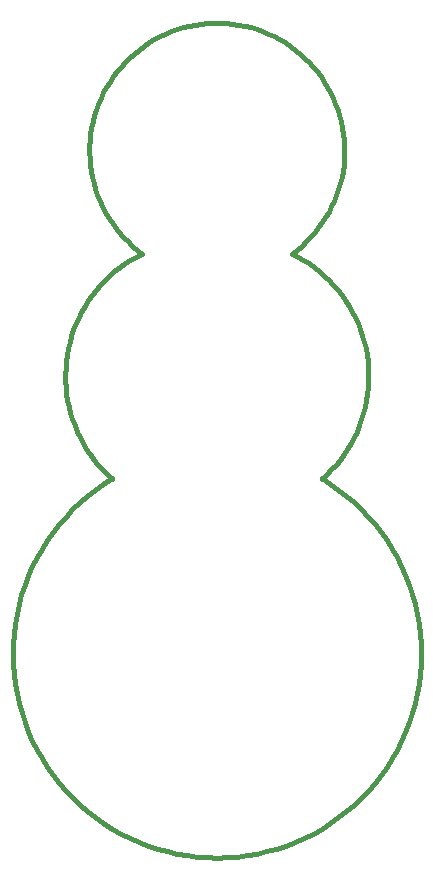
<source format=gm1>
G75*
G70*
%OFA0B0*%
%FSLAX24Y24*%
%IPPOS*%
%LPD*%
%AMOC8*
5,1,8,0,0,1.08239X$1,22.5*
%
%ADD10C,0.0160*%
D10*
X003483Y013647D02*
X003201Y013468D01*
X002928Y013275D01*
X002665Y013070D01*
X002412Y012852D01*
X002171Y012621D01*
X001940Y012380D01*
X001722Y012127D01*
X001517Y011863D01*
X001325Y011590D01*
X001147Y011308D01*
X000982Y011018D01*
X000832Y010719D01*
X000697Y010414D01*
X000577Y010103D01*
X000472Y009786D01*
X000383Y009464D01*
X000310Y009138D01*
X000253Y008809D01*
X000213Y008478D01*
X000188Y008145D01*
X000180Y007811D01*
X000188Y007477D01*
X000213Y007144D01*
X000254Y006813D01*
X000311Y006484D01*
X000384Y006158D01*
X000473Y005837D01*
X000578Y005520D01*
X000698Y005208D01*
X000834Y004903D01*
X000984Y004605D01*
X001149Y004314D01*
X001327Y004032D01*
X001519Y003760D01*
X001725Y003496D01*
X001943Y003244D01*
X002173Y003002D01*
X002415Y002772D01*
X002668Y002554D01*
X002931Y002348D01*
X003204Y002156D01*
X003486Y001978D01*
X003777Y001813D01*
X004075Y001663D01*
X004380Y001528D01*
X004692Y001408D01*
X005009Y001303D01*
X005330Y001214D01*
X005656Y001141D01*
X005985Y001084D01*
X006316Y001043D01*
X006649Y001018D01*
X006983Y001010D01*
X007317Y001018D01*
X007650Y001043D01*
X007981Y001084D01*
X008310Y001141D01*
X008636Y001214D01*
X008957Y001303D01*
X009274Y001408D01*
X009586Y001528D01*
X009891Y001663D01*
X010189Y001813D01*
X010480Y001978D01*
X010762Y002156D01*
X011035Y002348D01*
X011298Y002554D01*
X011551Y002772D01*
X011793Y003002D01*
X012023Y003244D01*
X012241Y003496D01*
X012447Y003760D01*
X012639Y004032D01*
X012817Y004314D01*
X012982Y004605D01*
X013132Y004903D01*
X013268Y005208D01*
X013388Y005520D01*
X013493Y005837D01*
X013582Y006158D01*
X013655Y006484D01*
X013712Y006813D01*
X013753Y007144D01*
X013778Y007477D01*
X013786Y007811D01*
X013778Y008145D01*
X013753Y008478D01*
X013713Y008809D01*
X013656Y009138D01*
X013583Y009464D01*
X013494Y009786D01*
X013389Y010103D01*
X013269Y010414D01*
X013134Y010719D01*
X012984Y011018D01*
X012819Y011308D01*
X012641Y011590D01*
X012449Y011863D01*
X012244Y012127D01*
X012026Y012380D01*
X011795Y012621D01*
X011554Y012852D01*
X011301Y013070D01*
X011038Y013275D01*
X010765Y013468D01*
X010483Y013647D01*
X010483Y013646D02*
X010643Y013794D01*
X010797Y013949D01*
X010943Y014111D01*
X011080Y014280D01*
X011210Y014455D01*
X011331Y014637D01*
X011443Y014824D01*
X011546Y015016D01*
X011640Y015213D01*
X011724Y015414D01*
X011798Y015619D01*
X011862Y015828D01*
X011917Y016039D01*
X011961Y016253D01*
X011995Y016468D01*
X012018Y016685D01*
X012031Y016903D01*
X012034Y017121D01*
X012026Y017339D01*
X012007Y017556D01*
X011978Y017772D01*
X011939Y017987D01*
X011890Y018199D01*
X011830Y018409D01*
X011761Y018616D01*
X011681Y018819D01*
X011592Y019018D01*
X011494Y019212D01*
X011386Y019402D01*
X011269Y019586D01*
X011144Y019765D01*
X011010Y019937D01*
X010868Y020102D01*
X010718Y020261D01*
X010561Y020412D01*
X010397Y020555D01*
X010226Y020691D01*
X010048Y020818D01*
X009865Y020936D01*
X009677Y021046D01*
X009483Y021146D01*
X009647Y021272D01*
X009806Y021406D01*
X009957Y021547D01*
X010102Y021696D01*
X010239Y021851D01*
X010368Y022014D01*
X010490Y022182D01*
X010603Y022356D01*
X010707Y022535D01*
X010802Y022719D01*
X010889Y022907D01*
X010966Y023100D01*
X011033Y023296D01*
X011091Y023495D01*
X011140Y023697D01*
X011178Y023900D01*
X011206Y024106D01*
X011224Y024312D01*
X011233Y024519D01*
X011231Y024727D01*
X011218Y024934D01*
X011196Y025140D01*
X011164Y025345D01*
X011122Y025548D01*
X011070Y025749D01*
X011008Y025946D01*
X010937Y026141D01*
X010856Y026332D01*
X010766Y026519D01*
X010667Y026701D01*
X010560Y026878D01*
X010444Y027050D01*
X010319Y027216D01*
X010187Y027376D01*
X010047Y027529D01*
X009899Y027674D01*
X009745Y027813D01*
X009584Y027944D01*
X009417Y028067D01*
X009245Y028181D01*
X009066Y028287D01*
X008883Y028385D01*
X008696Y028473D01*
X008504Y028552D01*
X008308Y028621D01*
X008110Y028681D01*
X007909Y028731D01*
X007705Y028771D01*
X007500Y028801D01*
X007294Y028822D01*
X007087Y028832D01*
X006879Y028832D01*
X006672Y028822D01*
X006466Y028801D01*
X006261Y028771D01*
X006057Y028731D01*
X005856Y028681D01*
X005658Y028621D01*
X005462Y028552D01*
X005270Y028473D01*
X005083Y028385D01*
X004900Y028287D01*
X004721Y028181D01*
X004549Y028067D01*
X004382Y027944D01*
X004221Y027813D01*
X004067Y027674D01*
X003919Y027529D01*
X003779Y027376D01*
X003647Y027216D01*
X003522Y027050D01*
X003406Y026878D01*
X003299Y026701D01*
X003200Y026519D01*
X003110Y026332D01*
X003029Y026141D01*
X002958Y025946D01*
X002896Y025749D01*
X002844Y025548D01*
X002802Y025345D01*
X002770Y025140D01*
X002748Y024934D01*
X002735Y024727D01*
X002733Y024519D01*
X002742Y024312D01*
X002760Y024106D01*
X002788Y023900D01*
X002826Y023697D01*
X002875Y023495D01*
X002933Y023296D01*
X003000Y023100D01*
X003077Y022907D01*
X003164Y022719D01*
X003259Y022535D01*
X003363Y022356D01*
X003476Y022182D01*
X003598Y022014D01*
X003727Y021851D01*
X003864Y021696D01*
X004009Y021547D01*
X004160Y021406D01*
X004319Y021272D01*
X004483Y021146D01*
X004289Y021046D01*
X004101Y020936D01*
X003918Y020818D01*
X003740Y020691D01*
X003569Y020555D01*
X003405Y020412D01*
X003248Y020261D01*
X003098Y020102D01*
X002956Y019937D01*
X002822Y019765D01*
X002697Y019586D01*
X002580Y019402D01*
X002472Y019212D01*
X002374Y019018D01*
X002285Y018819D01*
X002205Y018616D01*
X002136Y018409D01*
X002076Y018199D01*
X002027Y017987D01*
X001988Y017772D01*
X001959Y017556D01*
X001940Y017339D01*
X001932Y017121D01*
X001935Y016903D01*
X001948Y016685D01*
X001971Y016468D01*
X002005Y016253D01*
X002049Y016039D01*
X002104Y015828D01*
X002168Y015619D01*
X002242Y015414D01*
X002326Y015213D01*
X002420Y015016D01*
X002523Y014824D01*
X002635Y014637D01*
X002756Y014455D01*
X002886Y014280D01*
X003023Y014111D01*
X003169Y013949D01*
X003323Y013794D01*
X003483Y013646D01*
M02*

</source>
